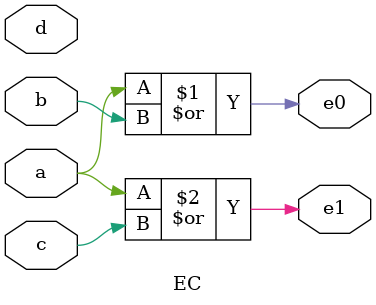
<source format=v>
`timescale 1ns / 1ps
module EC(
    input a,b,c,d,
    output e0, e1
    );
    
assign e0 = a | b;
assign e1 = a | c;

endmodule

</source>
